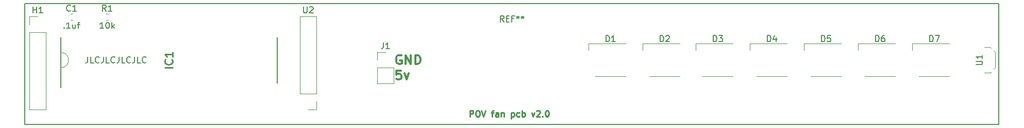
<source format=gbr>
%TF.GenerationSoftware,KiCad,Pcbnew,(5.1.5)-2*%
%TF.CreationDate,2019-12-04T23:20:31-05:00*%
%TF.ProjectId,fan pcb,66616e20-7063-4622-9e6b-696361645f70,rev?*%
%TF.SameCoordinates,Original*%
%TF.FileFunction,Legend,Top*%
%TF.FilePolarity,Positive*%
%FSLAX46Y46*%
G04 Gerber Fmt 4.6, Leading zero omitted, Abs format (unit mm)*
G04 Created by KiCad (PCBNEW (5.1.5)-2) date 2019-12-04 23:20:31*
%MOMM*%
%LPD*%
G04 APERTURE LIST*
%ADD10C,0.200000*%
%ADD11C,0.250000*%
%ADD12C,0.150000*%
%ADD13C,0.300000*%
%ADD14C,0.120000*%
%ADD15C,0.254000*%
G04 APERTURE END LIST*
D10*
X210000000Y-30000000D02*
X210000000Y-50000000D01*
X50000000Y-30000000D02*
X210000000Y-30000000D01*
X50000000Y-50000000D02*
X50000000Y-30000000D01*
X210000000Y-50000000D02*
X50000000Y-50000000D01*
D11*
X123087619Y-48712380D02*
X123087619Y-47712380D01*
X123468571Y-47712380D01*
X123563809Y-47760000D01*
X123611428Y-47807619D01*
X123659047Y-47902857D01*
X123659047Y-48045714D01*
X123611428Y-48140952D01*
X123563809Y-48188571D01*
X123468571Y-48236190D01*
X123087619Y-48236190D01*
X124278095Y-47712380D02*
X124468571Y-47712380D01*
X124563809Y-47760000D01*
X124659047Y-47855238D01*
X124706666Y-48045714D01*
X124706666Y-48379047D01*
X124659047Y-48569523D01*
X124563809Y-48664761D01*
X124468571Y-48712380D01*
X124278095Y-48712380D01*
X124182857Y-48664761D01*
X124087619Y-48569523D01*
X124040000Y-48379047D01*
X124040000Y-48045714D01*
X124087619Y-47855238D01*
X124182857Y-47760000D01*
X124278095Y-47712380D01*
X124992380Y-47712380D02*
X125325714Y-48712380D01*
X125659047Y-47712380D01*
X126611428Y-48045714D02*
X126992380Y-48045714D01*
X126754285Y-48712380D02*
X126754285Y-47855238D01*
X126801904Y-47760000D01*
X126897142Y-47712380D01*
X126992380Y-47712380D01*
X127754285Y-48712380D02*
X127754285Y-48188571D01*
X127706666Y-48093333D01*
X127611428Y-48045714D01*
X127420952Y-48045714D01*
X127325714Y-48093333D01*
X127754285Y-48664761D02*
X127659047Y-48712380D01*
X127420952Y-48712380D01*
X127325714Y-48664761D01*
X127278095Y-48569523D01*
X127278095Y-48474285D01*
X127325714Y-48379047D01*
X127420952Y-48331428D01*
X127659047Y-48331428D01*
X127754285Y-48283809D01*
X128230476Y-48045714D02*
X128230476Y-48712380D01*
X128230476Y-48140952D02*
X128278095Y-48093333D01*
X128373333Y-48045714D01*
X128516190Y-48045714D01*
X128611428Y-48093333D01*
X128659047Y-48188571D01*
X128659047Y-48712380D01*
X129897142Y-48045714D02*
X129897142Y-49045714D01*
X129897142Y-48093333D02*
X129992380Y-48045714D01*
X130182857Y-48045714D01*
X130278095Y-48093333D01*
X130325714Y-48140952D01*
X130373333Y-48236190D01*
X130373333Y-48521904D01*
X130325714Y-48617142D01*
X130278095Y-48664761D01*
X130182857Y-48712380D01*
X129992380Y-48712380D01*
X129897142Y-48664761D01*
X131230476Y-48664761D02*
X131135238Y-48712380D01*
X130944761Y-48712380D01*
X130849523Y-48664761D01*
X130801904Y-48617142D01*
X130754285Y-48521904D01*
X130754285Y-48236190D01*
X130801904Y-48140952D01*
X130849523Y-48093333D01*
X130944761Y-48045714D01*
X131135238Y-48045714D01*
X131230476Y-48093333D01*
X131659047Y-48712380D02*
X131659047Y-47712380D01*
X131659047Y-48093333D02*
X131754285Y-48045714D01*
X131944761Y-48045714D01*
X132040000Y-48093333D01*
X132087619Y-48140952D01*
X132135238Y-48236190D01*
X132135238Y-48521904D01*
X132087619Y-48617142D01*
X132040000Y-48664761D01*
X131944761Y-48712380D01*
X131754285Y-48712380D01*
X131659047Y-48664761D01*
X133230476Y-48045714D02*
X133468571Y-48712380D01*
X133706666Y-48045714D01*
X134040000Y-47807619D02*
X134087619Y-47760000D01*
X134182857Y-47712380D01*
X134420952Y-47712380D01*
X134516190Y-47760000D01*
X134563809Y-47807619D01*
X134611428Y-47902857D01*
X134611428Y-47998095D01*
X134563809Y-48140952D01*
X133992380Y-48712380D01*
X134611428Y-48712380D01*
X135040000Y-48617142D02*
X135087619Y-48664761D01*
X135040000Y-48712380D01*
X134992380Y-48664761D01*
X135040000Y-48617142D01*
X135040000Y-48712380D01*
X135706666Y-47712380D02*
X135801904Y-47712380D01*
X135897142Y-47760000D01*
X135944761Y-47807619D01*
X135992380Y-47902857D01*
X136040000Y-48093333D01*
X136040000Y-48331428D01*
X135992380Y-48521904D01*
X135944761Y-48617142D01*
X135897142Y-48664761D01*
X135801904Y-48712380D01*
X135706666Y-48712380D01*
X135611428Y-48664761D01*
X135563809Y-48617142D01*
X135516190Y-48521904D01*
X135468571Y-48331428D01*
X135468571Y-48093333D01*
X135516190Y-47902857D01*
X135563809Y-47807619D01*
X135611428Y-47760000D01*
X135706666Y-47712380D01*
D12*
X60311309Y-38822380D02*
X60311309Y-39536666D01*
X60263690Y-39679523D01*
X60168452Y-39774761D01*
X60025595Y-39822380D01*
X59930357Y-39822380D01*
X61263690Y-39822380D02*
X60787500Y-39822380D01*
X60787500Y-38822380D01*
X62168452Y-39727142D02*
X62120833Y-39774761D01*
X61977976Y-39822380D01*
X61882738Y-39822380D01*
X61739880Y-39774761D01*
X61644642Y-39679523D01*
X61597023Y-39584285D01*
X61549404Y-39393809D01*
X61549404Y-39250952D01*
X61597023Y-39060476D01*
X61644642Y-38965238D01*
X61739880Y-38870000D01*
X61882738Y-38822380D01*
X61977976Y-38822380D01*
X62120833Y-38870000D01*
X62168452Y-38917619D01*
X62882738Y-38822380D02*
X62882738Y-39536666D01*
X62835119Y-39679523D01*
X62739880Y-39774761D01*
X62597023Y-39822380D01*
X62501785Y-39822380D01*
X63835119Y-39822380D02*
X63358928Y-39822380D01*
X63358928Y-38822380D01*
X64739880Y-39727142D02*
X64692261Y-39774761D01*
X64549404Y-39822380D01*
X64454166Y-39822380D01*
X64311309Y-39774761D01*
X64216071Y-39679523D01*
X64168452Y-39584285D01*
X64120833Y-39393809D01*
X64120833Y-39250952D01*
X64168452Y-39060476D01*
X64216071Y-38965238D01*
X64311309Y-38870000D01*
X64454166Y-38822380D01*
X64549404Y-38822380D01*
X64692261Y-38870000D01*
X64739880Y-38917619D01*
X65454166Y-38822380D02*
X65454166Y-39536666D01*
X65406547Y-39679523D01*
X65311309Y-39774761D01*
X65168452Y-39822380D01*
X65073214Y-39822380D01*
X66406547Y-39822380D02*
X65930357Y-39822380D01*
X65930357Y-38822380D01*
X67311309Y-39727142D02*
X67263690Y-39774761D01*
X67120833Y-39822380D01*
X67025595Y-39822380D01*
X66882738Y-39774761D01*
X66787500Y-39679523D01*
X66739880Y-39584285D01*
X66692261Y-39393809D01*
X66692261Y-39250952D01*
X66739880Y-39060476D01*
X66787500Y-38965238D01*
X66882738Y-38870000D01*
X67025595Y-38822380D01*
X67120833Y-38822380D01*
X67263690Y-38870000D01*
X67311309Y-38917619D01*
X68025595Y-38822380D02*
X68025595Y-39536666D01*
X67977976Y-39679523D01*
X67882738Y-39774761D01*
X67739880Y-39822380D01*
X67644642Y-39822380D01*
X68977976Y-39822380D02*
X68501785Y-39822380D01*
X68501785Y-38822380D01*
X69882738Y-39727142D02*
X69835119Y-39774761D01*
X69692261Y-39822380D01*
X69597023Y-39822380D01*
X69454166Y-39774761D01*
X69358928Y-39679523D01*
X69311309Y-39584285D01*
X69263690Y-39393809D01*
X69263690Y-39250952D01*
X69311309Y-39060476D01*
X69358928Y-38965238D01*
X69454166Y-38870000D01*
X69597023Y-38822380D01*
X69692261Y-38822380D01*
X69835119Y-38870000D01*
X69882738Y-38917619D01*
D13*
X111827857Y-38620000D02*
X111685000Y-38548571D01*
X111470714Y-38548571D01*
X111256428Y-38620000D01*
X111113571Y-38762857D01*
X111042142Y-38905714D01*
X110970714Y-39191428D01*
X110970714Y-39405714D01*
X111042142Y-39691428D01*
X111113571Y-39834285D01*
X111256428Y-39977142D01*
X111470714Y-40048571D01*
X111613571Y-40048571D01*
X111827857Y-39977142D01*
X111899285Y-39905714D01*
X111899285Y-39405714D01*
X111613571Y-39405714D01*
X112542142Y-40048571D02*
X112542142Y-38548571D01*
X113399285Y-40048571D01*
X113399285Y-38548571D01*
X114113571Y-40048571D02*
X114113571Y-38548571D01*
X114470714Y-38548571D01*
X114685000Y-38620000D01*
X114827857Y-38762857D01*
X114899285Y-38905714D01*
X114970714Y-39191428D01*
X114970714Y-39405714D01*
X114899285Y-39691428D01*
X114827857Y-39834285D01*
X114685000Y-39977142D01*
X114470714Y-40048571D01*
X114113571Y-40048571D01*
X111756428Y-41088571D02*
X111042142Y-41088571D01*
X110970714Y-41802857D01*
X111042142Y-41731428D01*
X111185000Y-41660000D01*
X111542142Y-41660000D01*
X111685000Y-41731428D01*
X111756428Y-41802857D01*
X111827857Y-41945714D01*
X111827857Y-42302857D01*
X111756428Y-42445714D01*
X111685000Y-42517142D01*
X111542142Y-42588571D01*
X111185000Y-42588571D01*
X111042142Y-42517142D01*
X110970714Y-42445714D01*
X112327857Y-41588571D02*
X112685000Y-42588571D01*
X113042142Y-41588571D01*
D14*
X97850000Y-47550000D02*
X96520000Y-47550000D01*
X97850000Y-46220000D02*
X97850000Y-47550000D01*
X97850000Y-44950000D02*
X95190000Y-44950000D01*
X95190000Y-44950000D02*
X95190000Y-32190000D01*
X97850000Y-44950000D02*
X97850000Y-32190000D01*
X97850000Y-32190000D02*
X95190000Y-32190000D01*
X50740000Y-32190000D02*
X52070000Y-32190000D01*
X50740000Y-33520000D02*
X50740000Y-32190000D01*
X50740000Y-34790000D02*
X53400000Y-34790000D01*
X53400000Y-34790000D02*
X53400000Y-47550000D01*
X50740000Y-34790000D02*
X50740000Y-47550000D01*
X50740000Y-47550000D02*
X53400000Y-47550000D01*
D10*
X91440000Y-43116000D02*
X91440000Y-35624000D01*
X55880000Y-43918000D02*
X55880000Y-35624000D01*
D14*
X55880000Y-38100000D02*
G75*
G02X55880000Y-40640000I0J-1270000D01*
G01*
X63337221Y-32760000D02*
X63662779Y-32760000D01*
X63337221Y-31740000D02*
X63662779Y-31740000D01*
X57469721Y-32760000D02*
X57795279Y-32760000D01*
X57469721Y-31740000D02*
X57795279Y-31740000D01*
X201890000Y-42070000D02*
X196890000Y-42070000D01*
X195790000Y-37770000D02*
X195790000Y-36670000D01*
X195790000Y-36670000D02*
X201890000Y-36670000D01*
X193000000Y-42070000D02*
X188000000Y-42070000D01*
X186900000Y-37770000D02*
X186900000Y-36670000D01*
X186900000Y-36670000D02*
X193000000Y-36670000D01*
X107890000Y-43240000D02*
X110550000Y-43240000D01*
X107890000Y-40640000D02*
X107890000Y-43240000D01*
X110550000Y-40640000D02*
X110550000Y-43240000D01*
X107890000Y-40640000D02*
X110550000Y-40640000D01*
X107890000Y-39370000D02*
X107890000Y-38040000D01*
X107890000Y-38040000D02*
X109220000Y-38040000D01*
X207630000Y-37250000D02*
X208580000Y-37250000D01*
X208580000Y-41500000D02*
X207630000Y-41500000D01*
X209380000Y-40650000D02*
X209380000Y-38050000D01*
X209380000Y-38050000D02*
X209130000Y-37800000D01*
X208730000Y-37400000D02*
X208580000Y-37250000D01*
X209380000Y-40650000D02*
X209130000Y-40900000D01*
X208730000Y-41350000D02*
X208580000Y-41500000D01*
X184110000Y-42070000D02*
X179110000Y-42070000D01*
X178010000Y-37770000D02*
X178010000Y-36670000D01*
X178010000Y-36670000D02*
X184110000Y-36670000D01*
X175220000Y-42070000D02*
X170220000Y-42070000D01*
X169120000Y-37770000D02*
X169120000Y-36670000D01*
X169120000Y-36670000D02*
X175220000Y-36670000D01*
X166330000Y-42070000D02*
X161330000Y-42070000D01*
X160230000Y-37770000D02*
X160230000Y-36670000D01*
X160230000Y-36670000D02*
X166330000Y-36670000D01*
X157580000Y-42070000D02*
X152580000Y-42070000D01*
X151480000Y-37770000D02*
X151480000Y-36670000D01*
X151480000Y-36670000D02*
X157580000Y-36670000D01*
X148690000Y-42070000D02*
X143690000Y-42070000D01*
X142590000Y-37770000D02*
X142590000Y-36670000D01*
X142590000Y-36670000D02*
X148690000Y-36670000D01*
D12*
X128666666Y-33052380D02*
X128333333Y-32576190D01*
X128095238Y-33052380D02*
X128095238Y-32052380D01*
X128476190Y-32052380D01*
X128571428Y-32100000D01*
X128619047Y-32147619D01*
X128666666Y-32242857D01*
X128666666Y-32385714D01*
X128619047Y-32480952D01*
X128571428Y-32528571D01*
X128476190Y-32576190D01*
X128095238Y-32576190D01*
X129095238Y-32528571D02*
X129428571Y-32528571D01*
X129571428Y-33052380D02*
X129095238Y-33052380D01*
X129095238Y-32052380D01*
X129571428Y-32052380D01*
X130333333Y-32528571D02*
X130000000Y-32528571D01*
X130000000Y-33052380D02*
X130000000Y-32052380D01*
X130476190Y-32052380D01*
X131000000Y-32052380D02*
X131000000Y-32290476D01*
X130761904Y-32195238D02*
X131000000Y-32290476D01*
X131238095Y-32195238D01*
X130857142Y-32480952D02*
X131000000Y-32290476D01*
X131142857Y-32480952D01*
X131761904Y-32052380D02*
X131761904Y-32290476D01*
X131523809Y-32195238D02*
X131761904Y-32290476D01*
X132000000Y-32195238D01*
X131619047Y-32480952D02*
X131761904Y-32290476D01*
X131904761Y-32480952D01*
X95758095Y-30567380D02*
X95758095Y-31376904D01*
X95805714Y-31472142D01*
X95853333Y-31519761D01*
X95948571Y-31567380D01*
X96139047Y-31567380D01*
X96234285Y-31519761D01*
X96281904Y-31472142D01*
X96329523Y-31376904D01*
X96329523Y-30567380D01*
X96758095Y-30662619D02*
X96805714Y-30615000D01*
X96900952Y-30567380D01*
X97139047Y-30567380D01*
X97234285Y-30615000D01*
X97281904Y-30662619D01*
X97329523Y-30757857D01*
X97329523Y-30853095D01*
X97281904Y-30995952D01*
X96710476Y-31567380D01*
X97329523Y-31567380D01*
X51308095Y-31567380D02*
X51308095Y-30567380D01*
X51308095Y-31043571D02*
X51879523Y-31043571D01*
X51879523Y-31567380D02*
X51879523Y-30567380D01*
X52879523Y-31567380D02*
X52308095Y-31567380D01*
X52593809Y-31567380D02*
X52593809Y-30567380D01*
X52498571Y-30710238D01*
X52403333Y-30805476D01*
X52308095Y-30853095D01*
D15*
X74234523Y-40609761D02*
X72964523Y-40609761D01*
X74113571Y-39279285D02*
X74174047Y-39339761D01*
X74234523Y-39521190D01*
X74234523Y-39642142D01*
X74174047Y-39823571D01*
X74053095Y-39944523D01*
X73932142Y-40005000D01*
X73690238Y-40065476D01*
X73508809Y-40065476D01*
X73266904Y-40005000D01*
X73145952Y-39944523D01*
X73025000Y-39823571D01*
X72964523Y-39642142D01*
X72964523Y-39521190D01*
X73025000Y-39339761D01*
X73085476Y-39279285D01*
X74234523Y-38069761D02*
X74234523Y-38795476D01*
X74234523Y-38432619D02*
X72964523Y-38432619D01*
X73145952Y-38553571D01*
X73266904Y-38674523D01*
X73327380Y-38795476D01*
D12*
X63333333Y-31272380D02*
X63000000Y-30796190D01*
X62761904Y-31272380D02*
X62761904Y-30272380D01*
X63142857Y-30272380D01*
X63238095Y-30320000D01*
X63285714Y-30367619D01*
X63333333Y-30462857D01*
X63333333Y-30605714D01*
X63285714Y-30700952D01*
X63238095Y-30748571D01*
X63142857Y-30796190D01*
X62761904Y-30796190D01*
X64285714Y-31272380D02*
X63714285Y-31272380D01*
X64000000Y-31272380D02*
X64000000Y-30272380D01*
X63904761Y-30415238D01*
X63809523Y-30510476D01*
X63714285Y-30558095D01*
X62904761Y-34132380D02*
X62333333Y-34132380D01*
X62619047Y-34132380D02*
X62619047Y-33132380D01*
X62523809Y-33275238D01*
X62428571Y-33370476D01*
X62333333Y-33418095D01*
X63523809Y-33132380D02*
X63619047Y-33132380D01*
X63714285Y-33180000D01*
X63761904Y-33227619D01*
X63809523Y-33322857D01*
X63857142Y-33513333D01*
X63857142Y-33751428D01*
X63809523Y-33941904D01*
X63761904Y-34037142D01*
X63714285Y-34084761D01*
X63619047Y-34132380D01*
X63523809Y-34132380D01*
X63428571Y-34084761D01*
X63380952Y-34037142D01*
X63333333Y-33941904D01*
X63285714Y-33751428D01*
X63285714Y-33513333D01*
X63333333Y-33322857D01*
X63380952Y-33227619D01*
X63428571Y-33180000D01*
X63523809Y-33132380D01*
X64285714Y-34132380D02*
X64285714Y-33132380D01*
X64380952Y-33751428D02*
X64666666Y-34132380D01*
X64666666Y-33465714D02*
X64285714Y-33846666D01*
X57465833Y-31177142D02*
X57418214Y-31224761D01*
X57275357Y-31272380D01*
X57180119Y-31272380D01*
X57037261Y-31224761D01*
X56942023Y-31129523D01*
X56894404Y-31034285D01*
X56846785Y-30843809D01*
X56846785Y-30700952D01*
X56894404Y-30510476D01*
X56942023Y-30415238D01*
X57037261Y-30320000D01*
X57180119Y-30272380D01*
X57275357Y-30272380D01*
X57418214Y-30320000D01*
X57465833Y-30367619D01*
X58418214Y-31272380D02*
X57846785Y-31272380D01*
X58132500Y-31272380D02*
X58132500Y-30272380D01*
X58037261Y-30415238D01*
X57942023Y-30510476D01*
X57846785Y-30558095D01*
X56418214Y-34037142D02*
X56465833Y-34084761D01*
X56418214Y-34132380D01*
X56370595Y-34084761D01*
X56418214Y-34037142D01*
X56418214Y-34132380D01*
X57418214Y-34132380D02*
X56846785Y-34132380D01*
X57132500Y-34132380D02*
X57132500Y-33132380D01*
X57037261Y-33275238D01*
X56942023Y-33370476D01*
X56846785Y-33418095D01*
X58275357Y-33465714D02*
X58275357Y-34132380D01*
X57846785Y-33465714D02*
X57846785Y-33989523D01*
X57894404Y-34084761D01*
X57989642Y-34132380D01*
X58132500Y-34132380D01*
X58227738Y-34084761D01*
X58275357Y-34037142D01*
X58608690Y-33465714D02*
X58989642Y-33465714D01*
X58751547Y-34132380D02*
X58751547Y-33275238D01*
X58799166Y-33180000D01*
X58894404Y-33132380D01*
X58989642Y-33132380D01*
X198651904Y-36322380D02*
X198651904Y-35322380D01*
X198890000Y-35322380D01*
X199032857Y-35370000D01*
X199128095Y-35465238D01*
X199175714Y-35560476D01*
X199223333Y-35750952D01*
X199223333Y-35893809D01*
X199175714Y-36084285D01*
X199128095Y-36179523D01*
X199032857Y-36274761D01*
X198890000Y-36322380D01*
X198651904Y-36322380D01*
X199556666Y-35322380D02*
X200223333Y-35322380D01*
X199794761Y-36322380D01*
X189761904Y-36322380D02*
X189761904Y-35322380D01*
X190000000Y-35322380D01*
X190142857Y-35370000D01*
X190238095Y-35465238D01*
X190285714Y-35560476D01*
X190333333Y-35750952D01*
X190333333Y-35893809D01*
X190285714Y-36084285D01*
X190238095Y-36179523D01*
X190142857Y-36274761D01*
X190000000Y-36322380D01*
X189761904Y-36322380D01*
X191190476Y-35322380D02*
X191000000Y-35322380D01*
X190904761Y-35370000D01*
X190857142Y-35417619D01*
X190761904Y-35560476D01*
X190714285Y-35750952D01*
X190714285Y-36131904D01*
X190761904Y-36227142D01*
X190809523Y-36274761D01*
X190904761Y-36322380D01*
X191095238Y-36322380D01*
X191190476Y-36274761D01*
X191238095Y-36227142D01*
X191285714Y-36131904D01*
X191285714Y-35893809D01*
X191238095Y-35798571D01*
X191190476Y-35750952D01*
X191095238Y-35703333D01*
X190904761Y-35703333D01*
X190809523Y-35750952D01*
X190761904Y-35798571D01*
X190714285Y-35893809D01*
X108886666Y-36492380D02*
X108886666Y-37206666D01*
X108839047Y-37349523D01*
X108743809Y-37444761D01*
X108600952Y-37492380D01*
X108505714Y-37492380D01*
X109886666Y-37492380D02*
X109315238Y-37492380D01*
X109600952Y-37492380D02*
X109600952Y-36492380D01*
X109505714Y-36635238D01*
X109410476Y-36730476D01*
X109315238Y-36778095D01*
X206282380Y-40131904D02*
X207091904Y-40131904D01*
X207187142Y-40084285D01*
X207234761Y-40036666D01*
X207282380Y-39941428D01*
X207282380Y-39750952D01*
X207234761Y-39655714D01*
X207187142Y-39608095D01*
X207091904Y-39560476D01*
X206282380Y-39560476D01*
X207282380Y-38560476D02*
X207282380Y-39131904D01*
X207282380Y-38846190D02*
X206282380Y-38846190D01*
X206425238Y-38941428D01*
X206520476Y-39036666D01*
X206568095Y-39131904D01*
X180871904Y-36322380D02*
X180871904Y-35322380D01*
X181110000Y-35322380D01*
X181252857Y-35370000D01*
X181348095Y-35465238D01*
X181395714Y-35560476D01*
X181443333Y-35750952D01*
X181443333Y-35893809D01*
X181395714Y-36084285D01*
X181348095Y-36179523D01*
X181252857Y-36274761D01*
X181110000Y-36322380D01*
X180871904Y-36322380D01*
X182348095Y-35322380D02*
X181871904Y-35322380D01*
X181824285Y-35798571D01*
X181871904Y-35750952D01*
X181967142Y-35703333D01*
X182205238Y-35703333D01*
X182300476Y-35750952D01*
X182348095Y-35798571D01*
X182395714Y-35893809D01*
X182395714Y-36131904D01*
X182348095Y-36227142D01*
X182300476Y-36274761D01*
X182205238Y-36322380D01*
X181967142Y-36322380D01*
X181871904Y-36274761D01*
X181824285Y-36227142D01*
X171981904Y-36322380D02*
X171981904Y-35322380D01*
X172220000Y-35322380D01*
X172362857Y-35370000D01*
X172458095Y-35465238D01*
X172505714Y-35560476D01*
X172553333Y-35750952D01*
X172553333Y-35893809D01*
X172505714Y-36084285D01*
X172458095Y-36179523D01*
X172362857Y-36274761D01*
X172220000Y-36322380D01*
X171981904Y-36322380D01*
X173410476Y-35655714D02*
X173410476Y-36322380D01*
X173172380Y-35274761D02*
X172934285Y-35989047D01*
X173553333Y-35989047D01*
X163091904Y-36322380D02*
X163091904Y-35322380D01*
X163330000Y-35322380D01*
X163472857Y-35370000D01*
X163568095Y-35465238D01*
X163615714Y-35560476D01*
X163663333Y-35750952D01*
X163663333Y-35893809D01*
X163615714Y-36084285D01*
X163568095Y-36179523D01*
X163472857Y-36274761D01*
X163330000Y-36322380D01*
X163091904Y-36322380D01*
X163996666Y-35322380D02*
X164615714Y-35322380D01*
X164282380Y-35703333D01*
X164425238Y-35703333D01*
X164520476Y-35750952D01*
X164568095Y-35798571D01*
X164615714Y-35893809D01*
X164615714Y-36131904D01*
X164568095Y-36227142D01*
X164520476Y-36274761D01*
X164425238Y-36322380D01*
X164139523Y-36322380D01*
X164044285Y-36274761D01*
X163996666Y-36227142D01*
X154341904Y-36322380D02*
X154341904Y-35322380D01*
X154580000Y-35322380D01*
X154722857Y-35370000D01*
X154818095Y-35465238D01*
X154865714Y-35560476D01*
X154913333Y-35750952D01*
X154913333Y-35893809D01*
X154865714Y-36084285D01*
X154818095Y-36179523D01*
X154722857Y-36274761D01*
X154580000Y-36322380D01*
X154341904Y-36322380D01*
X155294285Y-35417619D02*
X155341904Y-35370000D01*
X155437142Y-35322380D01*
X155675238Y-35322380D01*
X155770476Y-35370000D01*
X155818095Y-35417619D01*
X155865714Y-35512857D01*
X155865714Y-35608095D01*
X155818095Y-35750952D01*
X155246666Y-36322380D01*
X155865714Y-36322380D01*
X145451904Y-36322380D02*
X145451904Y-35322380D01*
X145690000Y-35322380D01*
X145832857Y-35370000D01*
X145928095Y-35465238D01*
X145975714Y-35560476D01*
X146023333Y-35750952D01*
X146023333Y-35893809D01*
X145975714Y-36084285D01*
X145928095Y-36179523D01*
X145832857Y-36274761D01*
X145690000Y-36322380D01*
X145451904Y-36322380D01*
X146975714Y-36322380D02*
X146404285Y-36322380D01*
X146690000Y-36322380D02*
X146690000Y-35322380D01*
X146594761Y-35465238D01*
X146499523Y-35560476D01*
X146404285Y-35608095D01*
M02*

</source>
